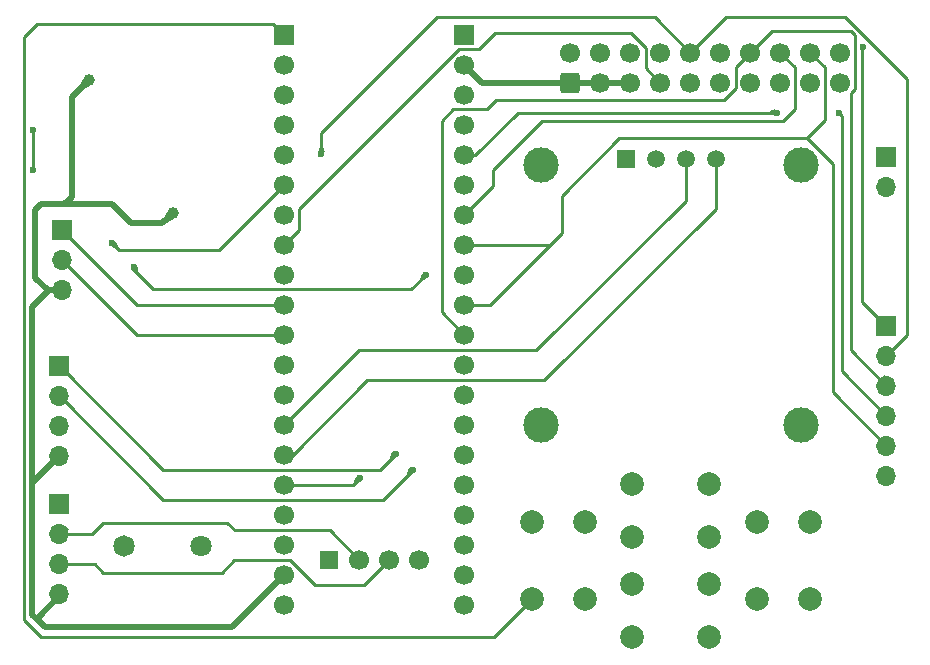
<source format=gbr>
%TF.GenerationSoftware,KiCad,Pcbnew,8.0.5*%
%TF.CreationDate,2024-12-26T15:28:07+01:00*%
%TF.ProjectId,sdiskII_stm32,73646973-6b49-4495-9f73-746d33322e6b,3*%
%TF.SameCoordinates,Original*%
%TF.FileFunction,Copper,L2,Bot*%
%TF.FilePolarity,Positive*%
%FSLAX46Y46*%
G04 Gerber Fmt 4.6, Leading zero omitted, Abs format (unit mm)*
G04 Created by KiCad (PCBNEW 8.0.5) date 2024-12-26 15:28:07*
%MOMM*%
%LPD*%
G01*
G04 APERTURE LIST*
G04 Aperture macros list*
%AMRoundRect*
0 Rectangle with rounded corners*
0 $1 Rounding radius*
0 $2 $3 $4 $5 $6 $7 $8 $9 X,Y pos of 4 corners*
0 Add a 4 corners polygon primitive as box body*
4,1,4,$2,$3,$4,$5,$6,$7,$8,$9,$2,$3,0*
0 Add four circle primitives for the rounded corners*
1,1,$1+$1,$2,$3*
1,1,$1+$1,$4,$5*
1,1,$1+$1,$6,$7*
1,1,$1+$1,$8,$9*
0 Add four rect primitives between the rounded corners*
20,1,$1+$1,$2,$3,$4,$5,0*
20,1,$1+$1,$4,$5,$6,$7,0*
20,1,$1+$1,$6,$7,$8,$9,0*
20,1,$1+$1,$8,$9,$2,$3,0*%
G04 Aperture macros list end*
%TA.AperFunction,ComponentPad*%
%ADD10RoundRect,0.250000X0.600000X-0.600000X0.600000X0.600000X-0.600000X0.600000X-0.600000X-0.600000X0*%
%TD*%
%TA.AperFunction,ComponentPad*%
%ADD11C,1.700000*%
%TD*%
%TA.AperFunction,ComponentPad*%
%ADD12R,1.700000X1.700000*%
%TD*%
%TA.AperFunction,ComponentPad*%
%ADD13O,1.700000X1.700000*%
%TD*%
%TA.AperFunction,ComponentPad*%
%ADD14C,2.000000*%
%TD*%
%TA.AperFunction,ComponentPad*%
%ADD15C,1.824000*%
%TD*%
%TA.AperFunction,ComponentPad*%
%ADD16C,1.800000*%
%TD*%
%TA.AperFunction,ComponentPad*%
%ADD17R,1.524000X1.524000*%
%TD*%
%TA.AperFunction,ComponentPad*%
%ADD18R,1.508000X1.508000*%
%TD*%
%TA.AperFunction,ComponentPad*%
%ADD19C,1.508000*%
%TD*%
%TA.AperFunction,ComponentPad*%
%ADD20C,3.000000*%
%TD*%
%TA.AperFunction,ViaPad*%
%ADD21C,1.000000*%
%TD*%
%TA.AperFunction,ViaPad*%
%ADD22C,0.600000*%
%TD*%
%TA.AperFunction,Conductor*%
%ADD23C,0.500000*%
%TD*%
%TA.AperFunction,Conductor*%
%ADD24C,0.250000*%
%TD*%
G04 APERTURE END LIST*
D10*
%TO.P,J2,1,Pin_1*%
%TO.N,GND*%
X178290000Y-92490000D03*
D11*
%TO.P,J2,2,Pin_2*%
%TO.N,STEP0*%
X178290000Y-89950000D03*
%TO.P,J2,3,Pin_3*%
%TO.N,GND*%
X180830000Y-92490000D03*
%TO.P,J2,4,Pin_4*%
%TO.N,STEP1*%
X180830000Y-89950000D03*
%TO.P,J2,5,Pin_5*%
%TO.N,GND*%
X183370000Y-92490000D03*
%TO.P,J2,6,Pin_6*%
%TO.N,STEP2*%
X183370000Y-89950000D03*
%TO.P,J2,7,Pin_7*%
%TO.N,3.5DSK*%
X185910000Y-92490000D03*
%TO.P,J2,8,Pin_8*%
%TO.N,STEP3*%
X185910000Y-89950000D03*
%TO.P,J2,9,Pin_9*%
%TO.N,unconnected-(J2-Pin_9-Pad9)*%
X188450000Y-92490000D03*
%TO.P,J2,10,Pin_10*%
%TO.N,WR_REQ*%
X188450000Y-89950000D03*
%TO.P,J2,11,Pin_11*%
%TO.N,VCC*%
X190990000Y-92490000D03*
%TO.P,J2,12,Pin_12*%
%TO.N,SELECT*%
X190990000Y-89950000D03*
%TO.P,J2,13,Pin_13*%
%TO.N,unconnected-(J2-Pin_13-Pad13)*%
X193530000Y-92490000D03*
%TO.P,J2,14,Pin_14*%
%TO.N,DEVICE_ENABLE*%
X193530000Y-89950000D03*
%TO.P,J2,15,Pin_15*%
%TO.N,unconnected-(J2-Pin_15-Pad15)*%
X196070000Y-92490000D03*
%TO.P,J2,16,Pin_16*%
%TO.N,RD_DATA*%
X196070000Y-89950000D03*
%TO.P,J2,17,Pin_17*%
%TO.N,unconnected-(J2-Pin_17-Pad17)*%
X198610000Y-92490000D03*
%TO.P,J2,18,Pin_18*%
%TO.N,WR_DATA*%
X198610000Y-89950000D03*
%TO.P,J2,19,Pin_19*%
%TO.N,unconnected-(J2-Pin_19-Pad19)*%
X201150000Y-92490000D03*
%TO.P,J2,20,Pin_20*%
%TO.N,WR_PROTECT*%
X201150000Y-89950000D03*
%TD*%
D12*
%TO.P,J3,1,Pin_1*%
%TO.N,RD_DATA*%
X205000000Y-113050000D03*
D13*
%TO.P,J3,2,Pin_2*%
%TO.N,WR_REQ*%
X205000000Y-115590000D03*
%TO.P,J3,3,Pin_3*%
%TO.N,DEVICE_ENABLE*%
X205000000Y-118130000D03*
%TO.P,J3,4,Pin_4*%
%TO.N,WR_PROTECT*%
X205000000Y-120670000D03*
%TO.P,J3,5,Pin_5*%
%TO.N,WR_DATA*%
X205000000Y-123210000D03*
%TO.P,J3,6,Pin_6*%
%TO.N,GND*%
X205000000Y-125750000D03*
%TD*%
D14*
%TO.P,UP1,1,1*%
%TO.N,+3.3V*%
X190040000Y-130950000D03*
X183540000Y-130950000D03*
%TO.P,UP1,2,2*%
%TO.N,BTN_UP*%
X190040000Y-126450000D03*
X183540000Y-126450000D03*
%TD*%
D12*
%TO.P,DEBUG,1,Pin_1*%
%TO.N,TIM2_CH3*%
X135000000Y-116500000D03*
D13*
%TO.P,DEBUG,2,Pin_2*%
%TO.N,TIM3_CH4*%
X135000000Y-119040000D03*
%TO.P,DEBUG,3,Pin_3*%
%TO.N,DEBUG*%
X135000000Y-121580000D03*
%TO.P,DEBUG,4,Pin_4*%
%TO.N,GND*%
X135000000Y-124120000D03*
%TD*%
D15*
%TO.P,BZ1,1,+*%
%TO.N,TIM1_CH2N*%
X140500000Y-131750000D03*
D16*
%TO.P,BZ1,2,-*%
%TO.N,GND*%
X147000000Y-131750000D03*
%TD*%
D12*
%TO.P,J4,1,Pin_1*%
%TO.N,USART1_TX*%
X135240000Y-104975000D03*
D13*
%TO.P,J4,2,Pin_2*%
%TO.N,USART1_RX*%
X135240000Y-107515000D03*
%TO.P,J4,3,Pin_3*%
%TO.N,GND*%
X135240000Y-110055000D03*
%TD*%
D12*
%TO.P,\u03BCC1,1,B12*%
%TO.N,BTN_RET*%
X154050000Y-88440000D03*
D11*
%TO.P,\u03BCC1,2,B13*%
%TO.N,SD_EJECT*%
X154050000Y-90980000D03*
%TO.P,\u03BCC1,3,B14*%
%TO.N,TIM1_CH2N*%
X154050000Y-93520000D03*
%TO.P,\u03BCC1,4,B15*%
%TO.N,SDIO_CK*%
X154050000Y-96060000D03*
%TO.P,\u03BCC1,5,A8*%
%TO.N,SDIO_D1*%
X154050000Y-98600000D03*
%TO.P,\u03BCC1,6,A9*%
%TO.N,SDIO_D2*%
X154050000Y-101140000D03*
%TO.P,\u03BCC1,7,A10*%
%TO.N,DEBUG*%
X154050000Y-103680000D03*
%TO.P,\u03BCC1,8,A11*%
%TO.N,3.5DSK*%
X154050000Y-106220000D03*
%TO.P,\u03BCC1,9,A12*%
%TO.N,unconnected-(\u03BCC1-A12-Pad9)*%
X154050000Y-108760000D03*
%TO.P,\u03BCC1,10,A15*%
%TO.N,USART1_TX*%
X154050000Y-111300000D03*
%TO.P,\u03BCC1,11,B3*%
%TO.N,USART1_RX*%
X154050000Y-113840000D03*
%TO.P,\u03BCC1,12,B4*%
%TO.N,SDIO_DO*%
X154050000Y-116380000D03*
%TO.P,\u03BCC1,13,B5*%
%TO.N,SDIO_D3*%
X154050000Y-118920000D03*
%TO.P,\u03BCC1,14,B6*%
%TO.N,I2C_SCL*%
X154050000Y-121460000D03*
%TO.P,\u03BCC1,15,B7*%
%TO.N,I2C_SDA*%
X154050000Y-124000000D03*
%TO.P,\u03BCC1,16,B8*%
%TO.N,SELECT*%
X154050000Y-126540000D03*
%TO.P,\u03BCC1,17,B9*%
%TO.N,WR_REQ*%
X154050000Y-129080000D03*
%TO.P,\u03BCC1,18,5Vi*%
%TO.N,PWR_IN*%
X154050000Y-131620000D03*
%TO.P,\u03BCC1,19,GNDi*%
%TO.N,GND*%
X154050000Y-134160000D03*
%TO.P,\u03BCC1,20,3.3i*%
%TO.N,+3.3V*%
X154050000Y-136700000D03*
%TO.P,\u03BCC1,21,VB*%
%TO.N,unconnected-(\u03BCC1-VB-Pad21)*%
X169290000Y-136700000D03*
%TO.P,\u03BCC1,22,C13*%
%TO.N,BTN_DOWN*%
X169290000Y-134160000D03*
%TO.P,\u03BCC1,23,C14*%
%TO.N,BTN_UP*%
X169290000Y-131620000D03*
%TO.P,\u03BCC1,24,C15*%
%TO.N,BTN_ENTR*%
X169290000Y-129080000D03*
%TO.P,\u03BCC1,25,R*%
%TO.N,unconnected-(\u03BCC1-R-Pad25)*%
X169290000Y-126540000D03*
%TO.P,\u03BCC1,26,A0*%
%TO.N,STEP0*%
X169290000Y-124000000D03*
%TO.P,\u03BCC1,27,A1*%
%TO.N,STEP1*%
X169290000Y-121460000D03*
%TO.P,\u03BCC1,28,A2*%
%TO.N,STEP2*%
X169290000Y-118920000D03*
%TO.P,\u03BCC1,29,A3*%
%TO.N,STEP3*%
X169290000Y-116380000D03*
%TO.P,\u03BCC1,30,A4*%
%TO.N,DEVICE_ENABLE*%
X169290000Y-113840000D03*
%TO.P,\u03BCC1,31,A5*%
%TO.N,WR_DATA*%
X169290000Y-111300000D03*
%TO.P,\u03BCC1,32,A6*%
%TO.N,SDIO_CMD*%
X169290000Y-108760000D03*
%TO.P,\u03BCC1,33,A7*%
%TO.N,WR_DATA*%
X169290000Y-106220000D03*
%TO.P,\u03BCC1,34,B0*%
%TO.N,RD_DATA*%
X169290000Y-103680000D03*
%TO.P,\u03BCC1,35,B1*%
%TO.N,TIM3_CH4*%
X169290000Y-101140000D03*
%TO.P,\u03BCC1,36,B2*%
%TO.N,WR_PROTECT*%
X169290000Y-98600000D03*
%TO.P,\u03BCC1,37,B10*%
%TO.N,TIM2_CH3*%
X169290000Y-96060000D03*
%TO.P,\u03BCC1,38,3.3ii*%
%TO.N,unconnected-(\u03BCC1-3.3ii-Pad38)*%
X169290000Y-93520000D03*
%TO.P,\u03BCC1,39,GNDii*%
%TO.N,GND*%
X169290000Y-90980000D03*
D12*
%TO.P,\u03BCC1,40,5Vii*%
%TO.N,unconnected-(\u03BCC1-5Vii-Pad40)*%
X169290000Y-88440000D03*
D17*
%TO.P,\u03BCC1,41,3.3V*%
%TO.N,+3.3V*%
X157860000Y-132890000D03*
D11*
%TO.P,\u03BCC1,42,SDIO*%
%TO.N,SDIO*%
X160400000Y-132890000D03*
%TO.P,\u03BCC1,43,SCK*%
%TO.N,SCK*%
X162940000Y-132890000D03*
%TO.P,\u03BCC1,44,GND*%
%TO.N,GND*%
X165480000Y-132890000D03*
%TD*%
D12*
%TO.P,J1,1,Pin_1*%
%TO.N,VCC*%
X205000000Y-98810000D03*
D13*
%TO.P,J1,2,Pin_2*%
%TO.N,PWR_IN*%
X205000000Y-101350000D03*
%TD*%
D14*
%TO.P,ENTR1,1,1*%
%TO.N,+3.3V*%
X198540000Y-129700000D03*
X198540000Y-136200000D03*
%TO.P,ENTR1,2,2*%
%TO.N,BTN_ENTR*%
X194040000Y-129700000D03*
X194040000Y-136200000D03*
%TD*%
D12*
%TO.P,J6,1,Pin_1*%
%TO.N,+3.3V*%
X135000000Y-128180000D03*
D13*
%TO.P,J6,2,Pin_2*%
%TO.N,SDIO*%
X135000000Y-130720000D03*
%TO.P,J6,3,Pin_3*%
%TO.N,SCK*%
X135000000Y-133260000D03*
%TO.P,J6,4,Pin_4*%
%TO.N,GND*%
X135000000Y-135800000D03*
%TD*%
D18*
%TO.P,U8,1,GND*%
%TO.N,GND*%
X182980000Y-98950000D03*
D19*
%TO.P,U8,2,VCC_IN*%
%TO.N,+3.3V*%
X185520000Y-98950000D03*
%TO.P,U8,3,SCL*%
%TO.N,I2C_SCL*%
X188060000Y-98950000D03*
%TO.P,U8,4,SDA*%
%TO.N,I2C_SDA*%
X190600000Y-98950000D03*
D20*
%TO.P,U8,S1*%
%TO.N,N/C*%
X175790000Y-99450000D03*
%TO.P,U8,S2*%
X197790000Y-99450000D03*
%TO.P,U8,S3*%
X197790000Y-121450000D03*
%TO.P,U8,S4*%
X175790000Y-121450000D03*
%TD*%
D14*
%TO.P,RET1,1,1*%
%TO.N,+3.3V*%
X179540000Y-129700000D03*
X179540000Y-136200000D03*
%TO.P,RET1,2,2*%
%TO.N,BTN_RET*%
X175040000Y-129700000D03*
X175040000Y-136200000D03*
%TD*%
%TO.P,DOWN1,1,1*%
%TO.N,+3.3V*%
X183540000Y-134950000D03*
X190040000Y-134950000D03*
%TO.P,DOWN1,2,2*%
%TO.N,BTN_DOWN*%
X183540000Y-139450000D03*
X190040000Y-139450000D03*
%TD*%
D21*
%TO.N,GND*%
X144640000Y-103500000D03*
X137540000Y-92250000D03*
D22*
%TO.N,WR_REQ*%
X157190000Y-98500000D03*
%TO.N,WR_PROTECT*%
X201000000Y-95025000D03*
X195750000Y-95025000D03*
%TO.N,RD_DATA*%
X203050000Y-89500000D03*
%TO.N,SDIO_CMD*%
X141340000Y-108100000D03*
X166040000Y-108760000D03*
%TO.N,SDIO_D2*%
X139490000Y-106050000D03*
%TO.N,DEBUG*%
X132750000Y-99900000D03*
X132750000Y-96500000D03*
%TO.N,TIM3_CH4*%
X164940000Y-125250000D03*
%TO.N,SELECT*%
X160500000Y-125925000D03*
%TO.N,TIM2_CH3*%
X163490000Y-123900000D03*
%TD*%
D23*
%TO.N,GND*%
X132715000Y-111475000D02*
X134135000Y-110055000D01*
X132990000Y-103300000D02*
X132990000Y-109000000D01*
X178290000Y-92490000D02*
X180830000Y-92490000D01*
X134045000Y-110055000D02*
X135240000Y-110055000D01*
X170800000Y-92490000D02*
X169290000Y-90980000D01*
X135440000Y-102800000D02*
X133490000Y-102800000D01*
X133090000Y-137900000D02*
X132715000Y-137525000D01*
X144640000Y-103500000D02*
X143740000Y-104400000D01*
X154050000Y-134160000D02*
X149610000Y-138600000D01*
X132715000Y-126750000D02*
X132715000Y-111475000D01*
X132990000Y-109000000D02*
X134045000Y-110055000D01*
X178290000Y-92490000D02*
X170800000Y-92490000D01*
X132715000Y-126405000D02*
X132715000Y-126750000D01*
X133090000Y-137900000D02*
X135190000Y-135800000D01*
X180830000Y-92490000D02*
X183370000Y-92490000D01*
X137540000Y-92250000D02*
X136090000Y-93700000D01*
X132715000Y-137525000D02*
X132715000Y-126750000D01*
X136090000Y-102150000D02*
X135440000Y-102800000D01*
X134135000Y-110055000D02*
X135240000Y-110055000D01*
X136090000Y-93700000D02*
X136090000Y-102150000D01*
X133490000Y-102800000D02*
X132990000Y-103300000D01*
X135000000Y-124120000D02*
X132715000Y-126405000D01*
X149610000Y-138600000D02*
X133790000Y-138600000D01*
X143740000Y-104400000D02*
X141090000Y-104400000D01*
X141090000Y-104400000D02*
X139490000Y-102800000D01*
X133790000Y-138600000D02*
X133090000Y-137900000D01*
X139490000Y-102800000D02*
X135440000Y-102800000D01*
D24*
%TO.N,3.5DSK*%
X168835000Y-89665000D02*
X170515000Y-89665000D01*
X184685000Y-89532588D02*
X184685000Y-91265000D01*
X183452412Y-88300000D02*
X184685000Y-89532588D01*
X155275000Y-104995000D02*
X155275000Y-103225000D01*
X171880000Y-88300000D02*
X183452412Y-88300000D01*
X184685000Y-91265000D02*
X185910000Y-92490000D01*
X170515000Y-89665000D02*
X171880000Y-88300000D01*
X155275000Y-103225000D02*
X168835000Y-89665000D01*
X154050000Y-106220000D02*
X155275000Y-104995000D01*
%TO.N,WR_REQ*%
X201547106Y-86950000D02*
X206750000Y-92152894D01*
X191450000Y-86950000D02*
X201547106Y-86950000D01*
X166990000Y-86950000D02*
X185450000Y-86950000D01*
X206750000Y-113840000D02*
X205000000Y-115590000D01*
X185450000Y-86950000D02*
X188450000Y-89950000D01*
X157190000Y-96750000D02*
X166990000Y-86950000D01*
X206750000Y-92152894D02*
X206750000Y-113840000D01*
X188450000Y-89950000D02*
X191450000Y-86950000D01*
X157190000Y-98500000D02*
X157190000Y-96750000D01*
%TO.N,WR_PROTECT*%
X195750000Y-95025000D02*
X173815000Y-95025000D01*
X201000000Y-95025000D02*
X201250000Y-95275000D01*
X173815000Y-95025000D02*
X170240000Y-98600000D01*
X201250000Y-95275000D02*
X201250000Y-116920000D01*
X204840000Y-120000000D02*
X204840000Y-120410000D01*
X201250000Y-116920000D02*
X205000000Y-120670000D01*
X170240000Y-98600000D02*
X169290000Y-98600000D01*
%TO.N,BTN_RET*%
X131990000Y-137950000D02*
X133440000Y-139400000D01*
X171840000Y-139400000D02*
X175040000Y-136200000D01*
X133440000Y-139400000D02*
X171840000Y-139400000D01*
X153110000Y-87500000D02*
X133100000Y-87500000D01*
X133100000Y-87500000D02*
X131990000Y-88610000D01*
X131990000Y-88610000D02*
X131990000Y-137950000D01*
X154050000Y-88440000D02*
X153110000Y-87500000D01*
%TO.N,WR_DATA*%
X199835000Y-91175000D02*
X198610000Y-89950000D01*
X198300000Y-97200000D02*
X200500000Y-99400000D01*
X198300000Y-97200000D02*
X199835000Y-95665000D01*
X176520000Y-106220000D02*
X171440000Y-111300000D01*
X200500000Y-118710000D02*
X205000000Y-123210000D01*
X170040000Y-106200000D02*
X169514000Y-106726000D01*
X171440000Y-111300000D02*
X169290000Y-111300000D01*
X176520000Y-106220000D02*
X177540000Y-105200000D01*
X177540000Y-102050000D02*
X182390000Y-97200000D01*
X177540000Y-105200000D02*
X177540000Y-102050000D01*
X200500000Y-99400000D02*
X200500000Y-118710000D01*
X199835000Y-95665000D02*
X199835000Y-91175000D01*
X182390000Y-97200000D02*
X198300000Y-97200000D01*
X169985592Y-106200000D02*
X169647796Y-105862204D01*
X170040000Y-106200000D02*
X169985592Y-106200000D01*
X176520000Y-106220000D02*
X169290000Y-106220000D01*
%TO.N,RD_DATA*%
X204940000Y-112820000D02*
X204940000Y-112950000D01*
X171740000Y-101230000D02*
X169290000Y-103680000D01*
X175890000Y-95700000D02*
X171740000Y-99850000D01*
X196070000Y-89950000D02*
X197295000Y-91175000D01*
X197295000Y-91175000D02*
X197295000Y-94705000D01*
X203050000Y-89500000D02*
X203000000Y-89550000D01*
X203000000Y-111050000D02*
X205000000Y-113050000D01*
X203000000Y-89550000D02*
X203000000Y-111050000D01*
X196300000Y-95700000D02*
X175890000Y-95700000D01*
X197295000Y-94705000D02*
X196300000Y-95700000D01*
X168594408Y-103700000D02*
X168932204Y-104037796D01*
X171740000Y-99850000D02*
X171740000Y-101230000D01*
%TO.N,I2C_SDA*%
X168782588Y-117695000D02*
X168777588Y-117700000D01*
X169802412Y-117700000D02*
X169797412Y-117695000D01*
X168777588Y-117700000D02*
X161090000Y-117700000D01*
X169797412Y-117695000D02*
X168782588Y-117695000D01*
X161090000Y-117700000D02*
X154790000Y-124000000D01*
X176090000Y-117700000D02*
X169802412Y-117700000D01*
X190600000Y-98950000D02*
X190600000Y-103190000D01*
X190600000Y-103190000D02*
X176090000Y-117700000D01*
X154790000Y-124000000D02*
X154050000Y-124000000D01*
%TO.N,USART1_RX*%
X141565000Y-113840000D02*
X154050000Y-113840000D01*
X135240000Y-107515000D02*
X141565000Y-113840000D01*
%TO.N,I2C_SCL*%
X188060000Y-98950000D02*
X188060000Y-102480000D01*
X160360000Y-115150000D02*
X154050000Y-121460000D01*
X188060000Y-102480000D02*
X175390000Y-115150000D01*
X175390000Y-115150000D02*
X160360000Y-115150000D01*
%TO.N,USART1_TX*%
X141565000Y-111300000D02*
X154050000Y-111300000D01*
X135240000Y-104975000D02*
X141565000Y-111300000D01*
%TO.N,SDIO_CMD*%
X164815000Y-109985000D02*
X166040000Y-108760000D01*
X142975000Y-109985000D02*
X164815000Y-109985000D01*
X141340000Y-108100000D02*
X141340000Y-108350000D01*
X141340000Y-108350000D02*
X142975000Y-109985000D01*
%TO.N,SDIO_D2*%
X154000000Y-101140000D02*
X154050000Y-101140000D01*
X148490000Y-106650000D02*
X154000000Y-101140000D01*
X140090000Y-106650000D02*
X148490000Y-106650000D01*
X139490000Y-106050000D02*
X140090000Y-106650000D01*
%TO.N,DEBUG*%
X132750000Y-99900000D02*
X132750000Y-96500000D01*
%TO.N,TIM3_CH4*%
X164940000Y-125250000D02*
X162390000Y-127800000D01*
X143830000Y-127800000D02*
X135240000Y-119210000D01*
X162390000Y-127800000D02*
X143830000Y-127800000D01*
%TO.N,SELECT*%
X159885000Y-126540000D02*
X154050000Y-126540000D01*
X160500000Y-125925000D02*
X159885000Y-126540000D01*
%TO.N,DEVICE_ENABLE*%
X191290000Y-93950000D02*
X172000000Y-93950000D01*
X192290000Y-91190000D02*
X192290000Y-92950000D01*
X202000000Y-93372412D02*
X202000000Y-115130000D01*
X171200000Y-94750000D02*
X168340000Y-94750000D01*
X202040000Y-88150000D02*
X202375000Y-88485000D01*
X202000000Y-115130000D02*
X205000000Y-118130000D01*
X168340000Y-94750000D02*
X167390000Y-95700000D01*
X195330000Y-88150000D02*
X202040000Y-88150000D01*
X172000000Y-93950000D02*
X171200000Y-94750000D01*
X202375000Y-88485000D02*
X202375000Y-92997412D01*
X167390000Y-111940000D02*
X169290000Y-113840000D01*
X192290000Y-92950000D02*
X191290000Y-93950000D01*
X167390000Y-95700000D02*
X167390000Y-111940000D01*
X202375000Y-92997412D02*
X202000000Y-93372412D01*
X193530000Y-89950000D02*
X192290000Y-91190000D01*
X193530000Y-89950000D02*
X195330000Y-88150000D01*
X204840000Y-117870000D02*
X204840000Y-117340000D01*
%TO.N,TIM2_CH3*%
X162140000Y-125250000D02*
X143820000Y-125250000D01*
X163490000Y-123900000D02*
X162140000Y-125250000D01*
X143820000Y-125250000D02*
X135240000Y-116670000D01*
%TO.N,SCK*%
X156622412Y-135000000D02*
X154557412Y-132935000D01*
X135515000Y-132935000D02*
X135190000Y-133260000D01*
X148750000Y-134000000D02*
X138750000Y-134000000D01*
X138010000Y-133260000D02*
X135240000Y-133260000D01*
X162940000Y-132890000D02*
X160830000Y-135000000D01*
X149815000Y-132935000D02*
X148750000Y-134000000D01*
X160830000Y-135000000D02*
X156622412Y-135000000D01*
X154557412Y-132935000D02*
X149815000Y-132935000D01*
X138750000Y-134000000D02*
X138010000Y-133260000D01*
%TO.N,SDIO*%
X137780000Y-130720000D02*
X135240000Y-130720000D01*
X149250000Y-129750000D02*
X138750000Y-129750000D01*
X149895000Y-130395000D02*
X149250000Y-129750000D01*
X138750000Y-129750000D02*
X137780000Y-130720000D01*
X160400000Y-132890000D02*
X157905000Y-130395000D01*
X135655000Y-130305000D02*
X135240000Y-130720000D01*
X157905000Y-130395000D02*
X149895000Y-130395000D01*
X135605000Y-130305000D02*
X135190000Y-130720000D01*
%TD*%
%TA.AperFunction,Conductor*%
%TO.N,GND*%
G36*
X144187473Y-103312536D02*
G01*
X144636203Y-103497437D01*
X144642546Y-103503757D01*
X144642563Y-103503797D01*
X144827462Y-103952523D01*
X144827445Y-103961477D01*
X144822549Y-103967080D01*
X144117465Y-104379326D01*
X144108594Y-104380544D01*
X144103287Y-104377499D01*
X143762500Y-104036712D01*
X143759073Y-104028439D01*
X143760671Y-104022538D01*
X144172919Y-103317449D01*
X144180053Y-103312037D01*
X144187473Y-103312536D01*
G37*
%TD.AperFunction*%
%TD*%
%TA.AperFunction,Conductor*%
%TO.N,GND*%
G36*
X137087473Y-92062536D02*
G01*
X137536203Y-92247437D01*
X137542546Y-92253757D01*
X137542563Y-92253797D01*
X137727462Y-92702523D01*
X137727445Y-92711477D01*
X137722549Y-92717080D01*
X137017465Y-93129326D01*
X137008594Y-93130544D01*
X137003287Y-93127499D01*
X136662500Y-92786712D01*
X136659073Y-92778439D01*
X136660671Y-92772538D01*
X137072919Y-92067449D01*
X137080053Y-92062037D01*
X137087473Y-92062536D01*
G37*
%TD.AperFunction*%
%TD*%
%TA.AperFunction,Conductor*%
%TO.N,WR_REQ*%
G36*
X157314680Y-97903427D02*
G01*
X157317571Y-97908199D01*
X157463970Y-98375012D01*
X157463176Y-98383931D01*
X157457317Y-98389309D01*
X157194511Y-98499115D01*
X157185556Y-98499142D01*
X157185489Y-98499115D01*
X156922682Y-98389309D01*
X156916370Y-98382957D01*
X156916029Y-98375013D01*
X157062429Y-97908199D01*
X157068175Y-97901330D01*
X157073593Y-97900000D01*
X157306407Y-97900000D01*
X157314680Y-97903427D01*
G37*
%TD.AperFunction*%
%TD*%
%TA.AperFunction,Conductor*%
%TO.N,WR_PROTECT*%
G36*
X195633931Y-94751823D02*
G01*
X195639309Y-94757682D01*
X195749115Y-95020489D01*
X195749142Y-95029444D01*
X195749115Y-95029511D01*
X195639309Y-95292317D01*
X195632957Y-95298629D01*
X195625012Y-95298970D01*
X195158199Y-95152571D01*
X195151330Y-95146825D01*
X195150000Y-95141407D01*
X195150000Y-94908592D01*
X195153427Y-94900319D01*
X195158196Y-94897429D01*
X195625013Y-94751029D01*
X195633931Y-94751823D01*
G37*
%TD.AperFunction*%
%TD*%
%TA.AperFunction,Conductor*%
%TO.N,SDIO_CMD*%
G36*
X165772707Y-108649248D02*
G01*
X166036184Y-108757436D01*
X166042536Y-108763748D01*
X166042563Y-108763815D01*
X166150751Y-109027292D01*
X166150724Y-109036247D01*
X166145346Y-109042106D01*
X165711740Y-109268673D01*
X165702821Y-109269467D01*
X165698049Y-109266576D01*
X165533423Y-109101950D01*
X165529996Y-109093677D01*
X165531324Y-109088264D01*
X165757894Y-108654651D01*
X165764762Y-108648907D01*
X165772707Y-108649248D01*
G37*
%TD.AperFunction*%
%TD*%
%TA.AperFunction,Conductor*%
%TO.N,SDIO_CMD*%
G36*
X141629454Y-108099975D02*
G01*
X141637719Y-108103421D01*
X141641066Y-108110492D01*
X141681663Y-108509920D01*
X141679090Y-108518497D01*
X141678296Y-108519376D01*
X141513749Y-108683923D01*
X141505476Y-108687350D01*
X141497203Y-108683923D01*
X141497175Y-108683896D01*
X141136059Y-108320377D01*
X141132660Y-108312092D01*
X141136058Y-108303887D01*
X141335851Y-108102757D01*
X141344111Y-108099304D01*
X141629454Y-108099975D01*
G37*
%TD.AperFunction*%
%TD*%
%TA.AperFunction,Conductor*%
%TO.N,SDIO_D2*%
G36*
X139766247Y-105939275D02*
G01*
X139772105Y-105944652D01*
X139971974Y-106327164D01*
X139998673Y-106378259D01*
X139999467Y-106387178D01*
X139996576Y-106391950D01*
X139831950Y-106556576D01*
X139823677Y-106560003D01*
X139818260Y-106558673D01*
X139384652Y-106332105D01*
X139378907Y-106325237D01*
X139379247Y-106317293D01*
X139487436Y-106053814D01*
X139493746Y-106047464D01*
X139757293Y-105939248D01*
X139766247Y-105939275D01*
G37*
%TD.AperFunction*%
%TD*%
%TA.AperFunction,Conductor*%
%TO.N,TIM3_CH4*%
G36*
X164672707Y-125139248D02*
G01*
X164936184Y-125247436D01*
X164942536Y-125253748D01*
X164942563Y-125253815D01*
X165050751Y-125517292D01*
X165050724Y-125526247D01*
X165045346Y-125532106D01*
X164611740Y-125758673D01*
X164602821Y-125759467D01*
X164598049Y-125756576D01*
X164433423Y-125591950D01*
X164429996Y-125583677D01*
X164431324Y-125578264D01*
X164657894Y-125144651D01*
X164664762Y-125138907D01*
X164672707Y-125139248D01*
G37*
%TD.AperFunction*%
%TD*%
%TA.AperFunction,Conductor*%
%TO.N,SELECT*%
G36*
X160232707Y-125814248D02*
G01*
X160496184Y-125922436D01*
X160502536Y-125928748D01*
X160502563Y-125928815D01*
X160610751Y-126192292D01*
X160610724Y-126201247D01*
X160605346Y-126207106D01*
X160171740Y-126433673D01*
X160162821Y-126434467D01*
X160158049Y-126431576D01*
X159993423Y-126266950D01*
X159989996Y-126258677D01*
X159991324Y-126253264D01*
X160217894Y-125819651D01*
X160224762Y-125813907D01*
X160232707Y-125814248D01*
G37*
%TD.AperFunction*%
%TD*%
%TA.AperFunction,Conductor*%
%TO.N,TIM2_CH3*%
G36*
X163222707Y-123789248D02*
G01*
X163486184Y-123897436D01*
X163492536Y-123903748D01*
X163492563Y-123903815D01*
X163600751Y-124167292D01*
X163600724Y-124176247D01*
X163595346Y-124182106D01*
X163161740Y-124408673D01*
X163152821Y-124409467D01*
X163148049Y-124406576D01*
X162983423Y-124241950D01*
X162979996Y-124233677D01*
X162981324Y-124228264D01*
X163207894Y-123794651D01*
X163214762Y-123788907D01*
X163222707Y-123789248D01*
G37*
%TD.AperFunction*%
%TD*%
M02*

</source>
